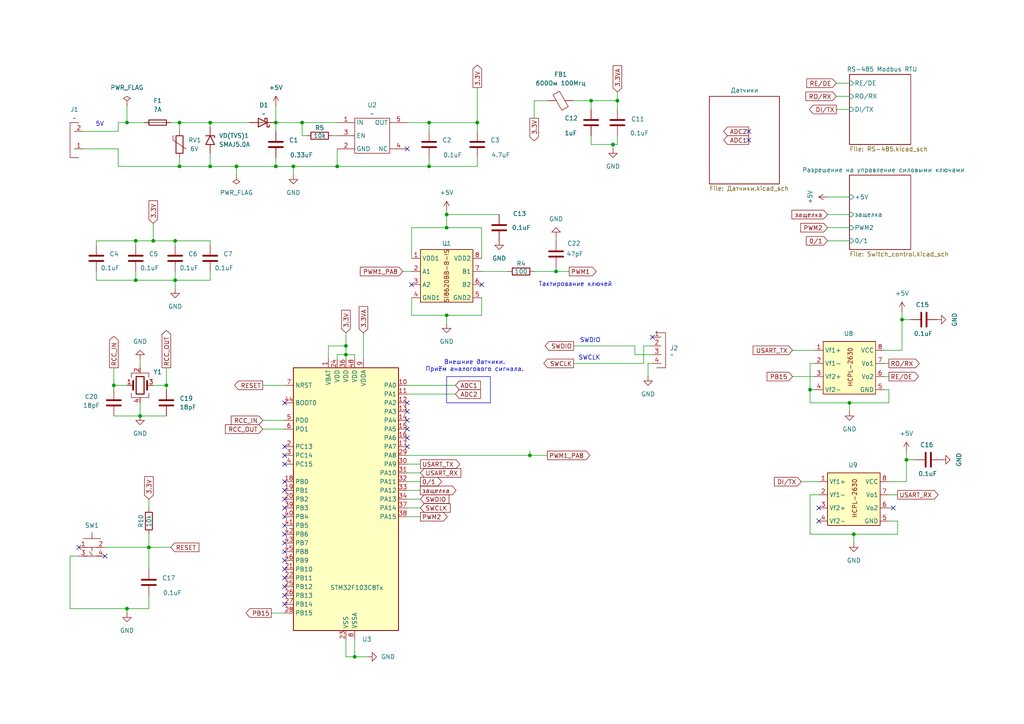
<source format=kicad_sch>
(kicad_sch (version 20250114) (generator "eeschema") (generator_version "9.0")
  (paper "A4")
  (lib_symbols
    (symbol "Device:C" (pin_numbers (hide yes)) (pin_names (offset 0.254))
      (property "Reference" "C" (at 0.635 2.54 0))
      (property "Value" "C" (at 0.635 -2.54 0))
      (symbol "C_0_1"
        (polyline (pts (xy -2.032 0.762) (xy 2.032 0.762)) (stroke (width 0.508)))
        (polyline (pts (xy -2.032 -0.762) (xy 2.032 -0.762)) (stroke (width 0.508)))
      )
      (symbol "C_1_1"
        (pin passive line (at 0 3.81 270) (length 2.794) (name "~") (number "1"))
        (pin passive line (at 0 -3.81 90) (length 2.794) (name "~") (number "2"))
      )
    )
    (symbol "Device:D_Schottky" (pin_numbers (hide yes)) (pin_names (offset 1.016) (hide yes))
      (property "Reference" "D" (at 0 2.54 0))
      (property "Value" "D_Schottky" (at 0 -2.54 0))
      (symbol "D_Schottky_0_1"
        (polyline (pts (xy -1.905 0.635) (xy -1.905 1.27) (xy -1.27 1.27) (xy -1.27 -1.27) (xy -0.635 -1.27) (xy -0.635 -0.635)) (stroke (width 0.254)))
        (polyline (pts (xy 1.27 1.27) (xy 1.27 -1.27) (xy -1.27 0) (xy 1.27 1.27)) (stroke (width 0.254)))
        (polyline (pts (xy 1.27 0) (xy -1.27 0)))
      )
      (symbol "D_Schottky_1_1"
        (pin passive line (at -3.81 0 0) (length 2.54) (name "K") (number "1"))
        (pin passive line (at 3.81 0 180) (length 2.54) (name "A") (number "2"))
      )
    )
    (symbol "Device:FerriteBead" (pin_numbers (hide yes)) (pin_names (offset 0))
      (property "Reference" "FB" (at -3.81 0.635 90))
      (property "Value" "FerriteBead" (at 3.81 0 90))
      (symbol "FerriteBead_0_1"
        (polyline (pts (xy -2.7686 0.4064) (xy -1.7018 2.2606) (xy 2.7686 -0.3048) (xy 1.6764 -2.159) (xy -2.7686 0.4064)))
        (polyline (pts (xy 0 1.27) (xy 0 1.2954)))
        (polyline (pts (xy 0 -1.27) (xy 0 -1.2192)))
      )
      (symbol "FerriteBead_1_1"
        (pin passive line (at 0 3.81 270) (length 2.54) (name "~") (number "1"))
        (pin passive line (at 0 -3.81 90) (length 2.54) (name "~") (number "2"))
      )
    )
    (symbol "Device:R" (pin_numbers (hide yes)) (pin_names (offset 0))
      (property "Reference" "R" (at 2.032 0 90))
      (property "Value" "R" (at 0 0 90))
      (symbol "R_0_1"
        (rectangle (start -1.016 -2.54) (end 1.016 2.54) (stroke (width 0.254)))
      )
      (symbol "R_1_1"
        (pin passive line (at 0 3.81 270) (length 1.27) (name "~") (number "1"))
        (pin passive line (at 0 -3.81 90) (length 1.27) (name "~") (number "2"))
      )
    )
    (symbol "MCU_ST_STM32F1:STM32F103C8Tx"
      (property "Reference" "U" (at -15.24 39.37 0))
      (property "Value" "STM32F103C8Tx" (at 7.62 39.37 0))
      (symbol "STM32F103C8Tx_0_1"
        (rectangle (start -15.24 -38.1) (end 15.24 38.1) (stroke (width 0.254)) (fill (type background)))
      )
      (symbol "STM32F103C8Tx_1_1"
        (pin input line (at -17.78 33.02 0) (length 2.54) (name "NRST") (number "7"))
        (pin input line (at -17.78 27.94 0) (length 2.54) (name "BOOT0") (number "44"))
        (pin bidirectional line (at -17.78 22.86 0) (length 2.54) (name "PD0") (number "5"))
        (pin bidirectional line (at -17.78 20.32 0) (length 2.54) (name "PD1") (number "6"))
        (pin bidirectional line (at -17.78 15.24 0) (length 2.54) (name "PC13") (number "2"))
        (pin bidirectional line (at -17.78 12.7 0) (length 2.54) (name "PC14") (number "3"))
        (pin bidirectional line (at -17.78 10.16 0) (length 2.54) (name "PC15") (number "4"))
        (pin bidirectional line (at -17.78 5.08 0) (length 2.54) (name "PB0") (number "18"))
        (pin bidirectional line (at -17.78 2.54 0) (length 2.54) (name "PB1") (number "19"))
        (pin bidirectional line (at -17.78 0 0) (length 2.54) (name "PB2") (number "20"))
        (pin bidirectional line (at -17.78 -2.54 0) (length 2.54) (name "PB3") (number "39"))
        (pin bidirectional line (at -17.78 -5.08 0) (length 2.54) (name "PB4") (number "40"))
        (pin bidirectional line (at -17.78 -7.62 0) (length 2.54) (name "PB5") (number "41"))
        (pin bidirectional line (at -17.78 -10.16 0) (length 2.54) (name "PB6") (number "42"))
        (pin bidirectional line (at -17.78 -12.7 0) (length 2.54) (name "PB7") (number "43"))
        (pin bidirectional line (at -17.78 -15.24 0) (length 2.54) (name "PB8") (number "45"))
        (pin bidirectional line (at -17.78 -17.78 0) (length 2.54) (name "PB9") (number "46"))
        (pin bidirectional line (at -17.78 -20.32 0) (length 2.54) (name "PB10") (number "21"))
        (pin bidirectional line (at -17.78 -22.86 0) (length 2.54) (name "PB11") (number "22"))
        (pin bidirectional line (at -17.78 -25.4 0) (length 2.54) (name "PB12") (number "25"))
        (pin bidirectional line (at -17.78 -27.94 0) (length 2.54) (name "PB13") (number "26"))
        (pin bidirectional line (at -17.78 -30.48 0) (length 2.54) (name "PB14") (number "27"))
        (pin bidirectional line (at -17.78 -33.02 0) (length 2.54) (name "PB15") (number "28"))
        (pin power_in line (at -5.08 40.64 270) (length 2.54) (name "VBAT") (number "1"))
        (pin power_in line (at -2.54 40.64 270) (length 2.54) (name "VDD") (number "24"))
        (pin power_in line (at 0 40.64 270) (length 2.54) (name "VDD") (number "36"))
        (pin power_in line (at 0 -40.64 90) (length 2.54) (name "VSS") (number "23"))
        (pin passive line (at 0 -40.64 90) (length 2.54) (hide yes) (name "VSS") (number "35"))
        (pin passive line (at 0 -40.64 90) (length 2.54) (hide yes) (name "VSS") (number "47"))
        (pin power_in line (at 2.54 40.64 270) (length 2.54) (name "VDD") (number "48"))
        (pin power_in line (at 2.54 -40.64 90) (length 2.54) (name "VSSA") (number "8"))
        (pin power_in line (at 5.08 40.64 270) (length 2.54) (name "VDDA") (number "9"))
        (pin bidirectional line (at 17.78 33.02 180) (length 2.54) (name "PA0") (number "10"))
        (pin bidirectional line (at 17.78 30.48 180) (length 2.54) (name "PA1") (number "11"))
        (pin bidirectional line (at 17.78 27.94 180) (length 2.54) (name "PA2") (number "12"))
        (pin bidirectional line (at 17.78 25.4 180) (length 2.54) (name "PA3") (number "13"))
        (pin bidirectional line (at 17.78 22.86 180) (length 2.54) (name "PA4") (number "14"))
        (pin bidirectional line (at 17.78 20.32 180) (length 2.54) (name "PA5") (number "15"))
        (pin bidirectional line (at 17.78 17.78 180) (length 2.54) (name "PA6") (number "16"))
        (pin bidirectional line (at 17.78 15.24 180) (length 2.54) (name "PA7") (number "17"))
        (pin bidirectional line (at 17.78 12.7 180) (length 2.54) (name "PA8") (number "29"))
        (pin bidirectional line (at 17.78 10.16 180) (length 2.54) (name "PA9") (number "30"))
        (pin bidirectional line (at 17.78 7.62 180) (length 2.54) (name "PA10") (number "31"))
        (pin bidirectional line (at 17.78 5.08 180) (length 2.54) (name "PA11") (number "32"))
        (pin bidirectional line (at 17.78 2.54 180) (length 2.54) (name "PA12") (number "33"))
        (pin bidirectional line (at 17.78 0 180) (length 2.54) (name "PA13") (number "34"))
        (pin bidirectional line (at 17.78 -2.54 180) (length 2.54) (name "PA14") (number "37"))
        (pin bidirectional line (at 17.78 -5.08 180) (length 2.54) (name "PA15") (number "38"))
      )
    )
    (symbol "My_Lib:Crystal_GND24" (pin_names (offset 1.016) (hide yes))
      (property "Reference" "Y2" (at -4.318 4.826 0))
      (symbol "Crystal_GND24_0_1"
        (polyline (pts (xy -2.54 2.286) (xy -2.54 3.556) (xy 2.54 3.556) (xy 2.54 2.286)))
        (polyline (pts (xy -2.54 0) (xy -2.032 0)))
        (polyline (pts (xy -2.54 -2.286) (xy -2.54 -3.556) (xy 2.54 -3.556) (xy 2.54 -2.286)))
        (polyline (pts (xy -2.032 -1.27) (xy -2.032 1.27)) (stroke (width 0.508)))
        (rectangle (start -1.143 2.54) (end 1.143 -2.54) (stroke (width 0.3048)))
        (polyline (pts (xy 0 3.556) (xy 0 3.81)))
        (polyline (pts (xy 0 -3.81) (xy 0 -3.556)))
        (polyline (pts (xy 2.032 0) (xy 2.54 0)))
        (polyline (pts (xy 2.032 -1.27) (xy 2.032 1.27)) (stroke (width 0.508)))
      )
      (symbol "Crystal_GND24_1_1"
        (pin passive line (at -3.81 0 0) (length 1.27) (name "1") (number "1"))
        (pin passive line (at 0 5.08 270) (length 1.27) (name "2") (number "2"))
        (pin passive line (at 0 -5.08 90) (length 1.27) (name "3") (number "4"))
        (pin passive line (at 3.81 0 180) (length 1.27) (name "4") (number "3"))
      )
    )
    (symbol "My_Lib:J - B4P-VH"
      (property "Reference" "J" (at 5.334 0.508 0))
      (symbol "J - B4P-VH_0_1"
        (polyline (pts (xy 10.16 -3.81) (xy 10.16 -1.27) (xy 0 -1.27) (xy 0 -3.81)))
      )
      (symbol "J - B4P-VH_1_1"
        (pin power_in line (at 1.27 -5.08 90) (length 2.54) (name "") (number "1"))
        (pin power_in line (at 3.81 -5.08 90) (length 2.54) (name "") (number "2"))
        (pin power_in line (at 6.35 -5.08 90) (length 2.54) (name "") (number "3"))
        (pin power_in line (at 8.89 -5.08 90) (length 2.54) (name "") (number "4"))
      )
    )
    (symbol "My_Lib:J - TB-09A"
      (property "Reference" "J1" (at 8.89 -1.27 90))
      (property "Value" "~" (at 6.35 -1.27 90))
      (symbol "J - TB-09A_0_1"
        (polyline (pts (xy 5.08 -2.54) (xy 5.08 0) (xy -5.08 0) (xy -5.08 -2.54)))
      )
      (symbol "J - TB-09A_1_1"
        (pin power_in line (at -2.54 -3.81 90) (length 2.54) (name "") (number "1"))
        (pin power_in line (at 2.54 -3.81 90) (length 2.54) (name "") (number "2"))
      )
    )
    (symbol "My_Lib:LDO_AP2112K-3.3"
      (property "Reference" "U" (at 5.08 1.27 0))
      (symbol "LDO_AP2112K-3.3_0_1"
        (rectangle (start 0 0) (end 10.16 -10.16))
      )
      (symbol "LDO_AP2112K-3.3_1_0"
        (pin input line (at -5.08 -1.27 0) (length 5.08) (name "IN") (number "1"))
        (pin input line (at -5.08 -5.08 0) (length 5.08) (name "EN") (number "3"))
        (pin input line (at -5.08 -8.89 0) (length 5.08) (name "GND") (number "2"))
        (pin output line (at 15.24 -1.27 180) (length 5.08) (name "OUT") (number "5"))
        (pin input line (at 15.24 -8.89 180) (length 5.08) (name "NC") (number "4"))
      )
    )
    (symbol "My_Lib:SMD_-_Fuse" (pin_numbers (hide yes)) (pin_names (offset 0))
      (property "Reference" "F1" (at -2.286 0.254 90))
      (property "Value" "0.5A" (at 2.54 0 90))
      (symbol "SMD_-_Fuse_0_1"
        (rectangle (start -0.762 -2.54) (end 0.762 2.54) (stroke (width 0.254)))
        (polyline (pts (xy 0 2.54) (xy 0 -2.54)))
      )
      (symbol "SMD_-_Fuse_1_1"
        (pin passive line (at 0 3.81 270) (length 1.27) (name "~") (number "1"))
        (pin passive line (at 0 -3.81 90) (length 1.27) (name "~") (number "2"))
      )
    )
    (symbol "My_Lib:SW_Push" (pin_names (offset 1.016) (hide yes))
      (property "Reference" "SW" (at 1.27 2.54 0))
      (symbol "SW_Push_0_1"
        (polyline (pts (xy 0 1.27) (xy 0 3.048)))
        (polyline (pts (xy 0 -1.27) (xy 0 -2.286)))
        (polyline (pts (xy 0 -3.81) (xy 0 -3.302) (xy -0.762 -2.54)))
        (polyline (pts (xy 2.54 1.27) (xy -2.54 1.27)))
        (polyline (pts (xy 2.54 -1.27) (xy -2.54 -1.27)))
        (polyline (pts (xy 2.54 -3.81) (xy -2.54 -3.81)))
        (pin passive line (at -3.81 -1.27 0) (length 2.54) (name "1") (number "1"))
      )
      (symbol "SW_Push_1_1"
        (pin passive line (at -3.81 -3.81 0) (length 2.54) (name "") (number "3"))
        (pin passive line (at 3.81 -1.27 180) (length 2.54) (name "") (number "2"))
        (pin passive line (at 3.81 -3.81 180) (length 2.54) (name "") (number "4"))
      )
    )
    (symbol "My_Lib:Si8620BB-B-IS_"
      (property "Reference" "U" (at 7.366 1.778 0))
      (symbol "Si8620BB-B-IS__0_1"
        (rectangle (start 0 0) (end 15.24 -15.24))
      )
      (symbol "Si8620BB-B-IS__1_1"
        (text "Si8620BB-B-IS" (at 7.62 -7.62 900) (effects (font (size 1.27 1.27))))
        (text_box "" (at 0 0 0) (size 15.24 -15.24) (margins 1.016 1.016 1.016 1.016) (fill (type color) (color 255 255 194 1)) (effects (font (size 1.27 1.27)) (justify left top)))
        (pin input line (at -2.54 -2.54 0) (length 2.54) (name "VDD1") (number "1"))
        (pin input line (at -2.54 -6.35 0) (length 2.54) (name "A1") (number "2"))
        (pin input line (at -2.54 -10.16 0) (length 2.54) (name "A2") (number "3"))
        (pin input line (at -2.54 -13.97 0) (length 2.54) (name "GND1") (number "4"))
        (pin input line (at 17.78 -2.54 180) (length 2.54) (name "VDD2") (number "8"))
        (pin input line (at 17.78 -6.35 180) (length 2.54) (name "B1") (number "7"))
        (pin input line (at 17.78 -10.16 180) (length 2.54) (name "B2") (number "6"))
        (pin input line (at 17.78 -13.97 180) (length 2.54) (name "GND2") (number "5"))
      )
    )
    (symbol "My_Lib:U - HCPL-2630"
      (property "Reference" "U" (at 5.842 2.032 0))
      (symbol "U - HCPL-2630_0_1"
        (rectangle (start 0 0) (end 15.24 -15.24))
      )
      (symbol "U - HCPL-2630_1_1"
        (text "HCPL-2630" (at 7.874 -7.366 900) (effects (font (size 1.27 1.27))))
        (text_box "" (at 0 0 0) (size 15.24 -15.24) (margins 1.016 1.016 1.016 1.016) (fill (type color) (color 255 255 194 1)) (effects (font (size 1.27 1.27)) (justify left top)))
        (pin input line (at -2.54 -2.54 0) (length 2.54) (name "Vf1+") (number "1"))
        (pin input line (at -2.54 -6.35 0) (length 2.54) (name "Vf1-") (number "2"))
        (pin input line (at -2.54 -10.16 0) (length 2.54) (name "Vf2+") (number "3"))
        (pin input line (at -2.54 -13.97 0) (length 2.54) (name "Vf2-") (number "4"))
        (pin input line (at 17.78 -2.54 180) (length 2.54) (name "VCC") (number "8"))
        (pin input line (at 17.78 -6.35 180) (length 2.54) (name "Vo1") (number "7"))
        (pin input line (at 17.78 -10.16 180) (length 2.54) (name "Vo2") (number "6"))
        (pin input line (at 17.78 -13.97 180) (length 2.54) (name "GND") (number "5"))
      )
    )
    (symbol "My_Lib:VD(TVS) - SMAJ5.0A" (pin_numbers (hide yes)) (pin_names (offset 1.016) (hide yes))
      (property "Reference" "VD(TVS)" (at 0 2.54 0))
      (property "Value" "SMAJ5.0A" (at 0 -2.54 0))
      (symbol "VD(TVS) - SMAJ5.0A_0_1"
        (polyline (pts (xy -0.762 1.27) (xy -1.27 1.27) (xy -1.27 -1.27)) (stroke (width 0.254)))
        (polyline (pts (xy 1.27 1.27) (xy 1.27 -1.27) (xy -1.27 0) (xy 1.27 1.27)) (stroke (width 0.254)))
      )
      (symbol "VD(TVS) - SMAJ5.0A_1_1"
        (pin passive line (at -3.81 0 0) (length 2.54) (name "A1") (number "1"))
        (pin passive line (at 3.81 0 180) (length 2.54) (name "A2") (number "2"))
      )
    )
    (symbol "My_Lib:Varistor" (pin_numbers (hide yes)) (pin_names (offset 0))
      (property "Reference" "RV1" (at -1.778 3.556 0))
      (property "Value" "Varistor" (at -4.064 -3.048 0))
      (symbol "Varistor_0_1"
        (rectangle (start -2.54 1.016) (end 2.54 -1.016) (stroke (width 0.254)))
        (polyline (pts (xy 2.54 1.905) (xy 1.27 1.905) (xy -1.27 -1.905)))
      )
      (symbol "Varistor_1_1"
        (pin passive line (at -3.81 0 0) (length 1.27) (name "~") (number "2"))
        (pin passive line (at 3.81 0 180) (length 1.27) (name "~") (number "1"))
      )
    )
    (symbol "power:+5V" (power) (pin_numbers (hide yes)) (pin_names (offset 0) (hide yes))
      (property "Value" "+5V" (at 0 3.556 0))
      (symbol "+5V_0_1"
        (polyline (pts (xy -0.762 1.27) (xy 0 2.54)))
        (polyline (pts (xy 0 2.54) (xy 0.762 1.27)))
        (polyline (pts (xy 0 0) (xy 0 2.54)))
      )
      (symbol "+5V_1_1"
        (pin power_in line (at 0 0 90) (length 0) (name "~") (number "1"))
      )
    )
    (symbol "power:GND" (power) (pin_numbers (hide yes)) (pin_names (offset 0) (hide yes))
      (property "Value" "GND" (at 0 -3.81 0))
      (symbol "GND_0_1"
        (polyline (pts (xy 0 0) (xy 0 -1.27) (xy 1.27 -1.27) (xy 0 -2.54) (xy -1.27 -1.27) (xy 0 -1.27)))
      )
      (symbol "GND_1_1"
        (pin power_in line (at 0 0 270) (length 0) (name "~") (number "1"))
      )
    )
    (symbol "power:PWR_FLAG" (power) (pin_numbers (hide yes)) (pin_names (offset 0) (hide yes))
      (property "Value" "PWR_FLAG" (at 0 3.81 0))
      (symbol "PWR_FLAG_0_0"
        (pin power_out line (at 0 0 90) (length 0) (name "~") (number "1"))
      )
      (symbol "PWR_FLAG_0_1"
        (polyline (pts (xy 0 0) (xy 0 1.27) (xy -1.016 1.905) (xy 0 2.54) (xy 1.016 1.905) (xy 0 1.27)))
      )
    )
  )
  (rectangle (start 129.54 109.22) (end 142.24 116.84))
  (text "SWDIO\n" (at 171.196 98.806 0) (effects (font (size 1.27 1.27))))
  (text "Тактирование ключей\n" (at 166.878 82.55 0) (effects (font (size 1.27 1.27))))
  (text "5V\n" (at 28.956 36.068 0) (effects (font (size 1.27 1.27))))
  (text "Внешние датчики.\nПриём аналогового сигнала." (at 137.668 106.172 0) (effects (font (size 1.27 1.27))))
  (text "SWCLK\n\n" (at 170.942 104.902 0) (effects (font (size 1.27 1.27))))
  (junction (at 39.37 81.28))
  (junction (at 48.26 111.76))
  (junction (at 39.37 69.85))
  (junction (at 171.45 29.21))
  (junction (at 43.18 158.75))
  (junction (at 129.54 66.04))
  (junction (at 52.07 48.26))
  (junction (at 262.89 133.35))
  (junction (at 129.54 62.23))
  (junction (at 100.33 100.33))
  (junction (at 247.65 154.94))
  (junction (at 50.8 81.28))
  (junction (at 52.07 35.56))
  (junction (at 161.29 78.74))
  (junction (at 68.58 48.26))
  (junction (at 261.62 92.71))
  (junction (at 85.09 48.26))
  (junction (at 50.8 69.85))
  (junction (at 44.45 69.85))
  (junction (at 60.96 48.26))
  (junction (at 124.46 48.26))
  (junction (at 177.8 41.91))
  (junction (at 138.43 35.56))
  (junction (at 102.87 190.5))
  (junction (at 97.79 48.26))
  (junction (at 87.63 35.56))
  (junction (at 36.83 176.53))
  (junction (at 129.54 91.44))
  (junction (at 80.01 35.56))
  (junction (at 153.67 132.08))
  (junction (at 234.95 113.03))
  (junction (at 80.01 48.26))
  (junction (at 40.64 120.65))
  (junction (at 246.38 116.84))
  (junction (at 179.07 29.21))
  (junction (at 124.46 35.56))
  (junction (at 33.02 111.76))
  (junction (at 36.83 35.56))
  (junction (at 100.33 102.87))
  (junction (at 60.96 35.56))
  (no_connect (at 82.55 157.48))
  (no_connect (at 82.55 139.7))
  (no_connect (at 118.11 43.18))
  (no_connect (at 82.55 149.86))
  (no_connect (at 82.55 165.1))
  (no_connect (at 82.55 144.78))
  (no_connect (at 237.49 151.13))
  (no_connect (at 237.49 147.32))
  (no_connect (at 217.17 40.64))
  (no_connect (at 82.55 154.94))
  (no_connect (at 119.38 82.55))
  (no_connect (at 82.55 142.24))
  (no_connect (at 118.11 124.46))
  (no_connect (at 82.55 172.72))
  (no_connect (at 82.55 134.62))
  (no_connect (at 82.55 167.64))
  (no_connect (at 82.55 160.02))
  (no_connect (at 139.7 82.55))
  (no_connect (at 118.11 116.84))
  (no_connect (at 259.08 147.32))
  (no_connect (at 22.86 158.75))
  (no_connect (at 118.11 121.92))
  (no_connect (at 82.55 116.84))
  (no_connect (at 82.55 147.32))
  (no_connect (at 189.23 97.79))
  (no_connect (at 82.55 175.26))
  (no_connect (at 217.17 38.1))
  (no_connect (at 82.55 132.08))
  (no_connect (at 82.55 152.4))
  (no_connect (at 82.55 170.18))
  (no_connect (at 118.11 127))
  (no_connect (at 118.11 129.54))
  (no_connect (at 82.55 129.54))
  (no_connect (at 30.48 161.29))
  (no_connect (at 118.11 119.38))
  (no_connect (at 82.55 162.56))
  (wire (pts (xy 242.57 24.13) (xy 246.38 24.13)))
  (wire (pts (xy 116.84 78.74) (xy 119.38 78.74)))
  (wire (pts (xy 50.8 81.28) (xy 50.8 83.82)))
  (wire (pts (xy 124.46 38.1) (xy 124.46 35.56)))
  (wire (pts (xy 179.07 26.67) (xy 179.07 29.21)))
  (wire (pts (xy 100.33 190.5) (xy 102.87 190.5)))
  (wire (pts (xy 234.95 113.03) (xy 236.22 113.03)))
  (wire (pts (xy 40.64 120.65) (xy 33.02 120.65)))
  (wire (pts (xy 80.01 45.72) (xy 80.01 48.26)))
  (wire (pts (xy 171.45 29.21) (xy 171.45 31.75)))
  (wire (pts (xy 48.26 111.76) (xy 44.45 111.76)))
  (wire (pts (xy 138.43 25.4) (xy 138.43 35.56)))
  (wire (pts (xy 105.41 96.52) (xy 105.41 104.14)))
  (wire (pts (xy 33.02 106.68) (xy 33.02 111.76)))
  (wire (pts (xy 257.81 147.32) (xy 259.08 147.32)))
  (wire (pts (xy 124.46 35.56) (xy 138.43 35.56)))
  (wire (pts (xy 97.79 104.14) (xy 97.79 102.87)))
  (wire (pts (xy 171.45 39.37) (xy 171.45 41.91)))
  (wire (pts (xy 60.96 44.45) (xy 60.96 48.26)))
  (wire (pts (xy 52.07 35.56) (xy 52.07 38.1)))
  (wire (pts (xy 177.8 41.91) (xy 177.8 43.18)))
  (wire (pts (xy 118.11 132.08) (xy 153.67 132.08)))
  (wire (pts (xy 257.81 143.51) (xy 260.35 143.51)))
  (wire (pts (xy 52.07 35.56) (xy 60.96 35.56)))
  (wire (pts (xy 85.09 48.26) (xy 80.01 48.26)))
  (wire (pts (xy 242.57 31.75) (xy 246.38 31.75)))
  (wire (pts (xy 24.13 38.1) (xy 34.29 38.1)))
  (wire (pts (xy 262.89 130.81) (xy 262.89 133.35)))
  (wire (pts (xy 97.79 48.26) (xy 124.46 48.26)))
  (wire (pts (xy 36.83 176.53) (xy 43.18 176.53)))
  (wire (pts (xy 39.37 69.85) (xy 39.37 71.12)))
  (wire (pts (xy 118.11 147.32) (xy 121.92 147.32)))
  (wire (pts (xy 139.7 66.04) (xy 139.7 74.93)))
  (wire (pts (xy 240.03 66.04) (xy 246.38 66.04)))
  (wire (pts (xy 118.11 139.7) (xy 121.92 139.7)))
  (wire (pts (xy 166.37 105.41) (xy 186.69 105.41)))
  (wire (pts (xy 179.07 41.91) (xy 177.8 41.91)))
  (wire (pts (xy 102.87 190.5) (xy 102.87 185.42)))
  (wire (pts (xy 154.94 34.29) (xy 154.94 29.21)))
  (wire (pts (xy 40.64 104.14) (xy 40.64 106.68)))
  (wire (pts (xy 87.63 39.37) (xy 87.63 35.56)))
  (wire (pts (xy 20.32 176.53) (xy 36.83 176.53)))
  (wire (pts (xy 39.37 81.28) (xy 50.8 81.28)))
  (wire (pts (xy 76.2 111.76) (xy 82.55 111.76)))
  (wire (pts (xy 48.26 106.68) (xy 48.26 111.76)))
  (wire (pts (xy 138.43 45.72) (xy 138.43 48.26)))
  (wire (pts (xy 118.11 114.3) (xy 132.08 114.3)))
  (wire (pts (xy 102.87 104.14) (xy 102.87 102.87)))
  (wire (pts (xy 119.38 86.36) (xy 119.38 91.44)))
  (wire (pts (xy 154.94 78.74) (xy 161.29 78.74)))
  (wire (pts (xy 100.33 102.87) (xy 100.33 100.33)))
  (wire (pts (xy 189.23 102.87) (xy 184.15 102.87)))
  (wire (pts (xy 234.95 154.94) (xy 234.95 143.51)))
  (wire (pts (xy 20.32 161.29) (xy 20.32 176.53)))
  (wire (pts (xy 60.96 35.56) (xy 72.39 35.56)))
  (wire (pts (xy 48.26 113.03) (xy 48.26 111.76)))
  (wire (pts (xy 52.07 45.72) (xy 52.07 48.26)))
  (wire (pts (xy 60.96 69.85) (xy 50.8 69.85)))
  (wire (pts (xy 43.18 154.94) (xy 43.18 158.75)))
  (wire (pts (xy 27.94 81.28) (xy 39.37 81.28)))
  (wire (pts (xy 87.63 39.37) (xy 88.9 39.37)))
  (wire (pts (xy 80.01 30.48) (xy 80.01 35.56)))
  (wire (pts (xy 78.74 177.8) (xy 82.55 177.8)))
  (wire (pts (xy 234.95 113.03) (xy 234.95 116.84)))
  (wire (pts (xy 68.58 50.8) (xy 68.58 48.26)))
  (wire (pts (xy 20.32 161.29) (xy 22.86 161.29)))
  (wire (pts (xy 43.18 172.72) (xy 43.18 176.53)))
  (wire (pts (xy 261.62 92.71) (xy 264.16 92.71)))
  (wire (pts (xy 124.46 45.72) (xy 124.46 48.26)))
  (wire (pts (xy 44.45 64.77) (xy 44.45 69.85)))
  (wire (pts (xy 106.68 190.5) (xy 102.87 190.5)))
  (wire (pts (xy 262.89 133.35) (xy 262.89 139.7)))
  (wire (pts (xy 234.95 143.51) (xy 237.49 143.51)))
  (wire (pts (xy 260.35 151.13) (xy 257.81 151.13)))
  (wire (pts (xy 139.7 91.44) (xy 139.7 86.36)))
  (wire (pts (xy 153.67 132.08) (xy 158.75 132.08)))
  (wire (pts (xy 261.62 90.17) (xy 261.62 92.71)))
  (wire (pts (xy 186.69 100.33) (xy 186.69 105.41)))
  (wire (pts (xy 256.54 105.41) (xy 257.81 105.41)))
  (wire (pts (xy 119.38 74.93) (xy 119.38 66.04)))
  (wire (pts (xy 60.96 48.26) (xy 68.58 48.26)))
  (wire (pts (xy 30.48 158.75) (xy 43.18 158.75)))
  (wire (pts (xy 36.83 35.56) (xy 41.91 35.56)))
  (wire (pts (xy 119.38 66.04) (xy 129.54 66.04)))
  (wire (pts (xy 36.83 111.76) (xy 33.02 111.76)))
  (wire (pts (xy 229.87 101.6) (xy 236.22 101.6)))
  (wire (pts (xy 242.57 27.94) (xy 246.38 27.94)))
  (wire (pts (xy 240.03 57.15) (xy 246.38 57.15)))
  (wire (pts (xy 179.07 29.21) (xy 171.45 29.21)))
  (wire (pts (xy 97.79 48.26) (xy 85.09 48.26)))
  (wire (pts (xy 247.65 154.94) (xy 260.35 154.94)))
  (wire (pts (xy 60.96 78.74) (xy 60.96 81.28)))
  (wire (pts (xy 36.83 30.48) (xy 36.83 35.56)))
  (wire (pts (xy 161.29 69.85) (xy 161.29 68.58)))
  (wire (pts (xy 34.29 38.1) (xy 34.29 35.56)))
  (wire (pts (xy 50.8 81.28) (xy 50.8 78.74)))
  (wire (pts (xy 118.11 111.76) (xy 132.08 111.76)))
  (wire (pts (xy 40.64 120.65) (xy 48.26 120.65)))
  (wire (pts (xy 166.37 100.33) (xy 184.15 100.33)))
  (wire (pts (xy 256.54 101.6) (xy 261.62 101.6)))
  (wire (pts (xy 189.23 100.33) (xy 186.69 100.33)))
  (wire (pts (xy 119.38 91.44) (xy 129.54 91.44)))
  (wire (pts (xy 34.29 48.26) (xy 52.07 48.26)))
  (wire (pts (xy 100.33 100.33) (xy 100.33 96.52)))
  (wire (pts (xy 129.54 66.04) (xy 139.7 66.04)))
  (wire (pts (xy 87.63 35.56) (xy 97.79 35.56)))
  (wire (pts (xy 179.07 39.37) (xy 179.07 41.91)))
  (wire (pts (xy 187.96 105.41) (xy 189.23 105.41)))
  (wire (pts (xy 118.11 144.78) (xy 121.92 144.78)))
  (wire (pts (xy 68.58 48.26) (xy 80.01 48.26)))
  (wire (pts (xy 49.53 35.56) (xy 52.07 35.56)))
  (wire (pts (xy 161.29 78.74) (xy 165.1 78.74)))
  (wire (pts (xy 129.54 91.44) (xy 139.7 91.44)))
  (wire (pts (xy 60.96 71.12) (xy 60.96 69.85)))
  (wire (pts (xy 36.83 176.53) (xy 36.83 177.8)))
  (wire (pts (xy 234.95 116.84) (xy 246.38 116.84)))
  (wire (pts (xy 138.43 38.1) (xy 138.43 35.56)))
  (wire (pts (xy 129.54 93.98) (xy 129.54 91.44)))
  (wire (pts (xy 24.13 43.18) (xy 34.29 43.18)))
  (wire (pts (xy 139.7 78.74) (xy 147.32 78.74)))
  (wire (pts (xy 118.11 149.86) (xy 121.92 149.86)))
  (wire (pts (xy 234.95 105.41) (xy 234.95 113.03)))
  (wire (pts (xy 257.81 113.03) (xy 257.81 116.84)))
  (wire (pts (xy 262.89 133.35) (xy 265.43 133.35)))
  (wire (pts (xy 118.11 142.24) (xy 121.92 142.24)))
  (wire (pts (xy 236.22 105.41) (xy 234.95 105.41)))
  (wire (pts (xy 80.01 38.1) (xy 80.01 35.56)))
  (wire (pts (xy 85.09 48.26) (xy 85.09 50.8)))
  (wire (pts (xy 240.03 69.85) (xy 246.38 69.85)))
  (wire (pts (xy 118.11 137.16) (xy 121.92 137.16)))
  (wire (pts (xy 39.37 81.28) (xy 39.37 78.74)))
  (wire (pts (xy 256.54 109.22) (xy 257.81 109.22)))
  (wire (pts (xy 39.37 69.85) (xy 27.94 69.85)))
  (wire (pts (xy 129.54 62.23) (xy 144.78 62.23)))
  (wire (pts (xy 118.11 134.62) (xy 121.92 134.62)))
  (wire (pts (xy 97.79 102.87) (xy 100.33 102.87)))
  (wire (pts (xy 246.38 116.84) (xy 257.81 116.84)))
  (wire (pts (xy 257.81 139.7) (xy 262.89 139.7)))
  (wire (pts (xy 179.07 29.21) (xy 179.07 31.75)))
  (wire (pts (xy 34.29 43.18) (xy 34.29 48.26)))
  (wire (pts (xy 100.33 190.5) (xy 100.33 185.42)))
  (wire (pts (xy 50.8 69.85) (xy 50.8 71.12)))
  (wire (pts (xy 43.18 158.75) (xy 43.18 165.1)))
  (wire (pts (xy 229.87 109.22) (xy 236.22 109.22)))
  (wire (pts (xy 261.62 92.71) (xy 261.62 101.6)))
  (wire (pts (xy 100.33 102.87) (xy 100.33 104.14)))
  (wire (pts (xy 260.35 151.13) (xy 260.35 154.94)))
  (wire (pts (xy 27.94 81.28) (xy 27.94 78.74)))
  (wire (pts (xy 76.2 121.92) (xy 82.55 121.92)))
  (wire (pts (xy 96.52 39.37) (xy 97.79 39.37)))
  (wire (pts (xy 52.07 48.26) (xy 60.96 48.26)))
  (wire (pts (xy 60.96 81.28) (xy 50.8 81.28)))
  (wire (pts (xy 153.67 130.81) (xy 153.67 132.08)))
  (wire (pts (xy 184.15 102.87) (xy 184.15 100.33)))
  (wire (pts (xy 232.41 139.7) (xy 237.49 139.7)))
  (wire (pts (xy 171.45 29.21) (xy 166.37 29.21)))
  (wire (pts (xy 33.02 111.76) (xy 33.02 113.03)))
  (wire (pts (xy 129.54 62.23) (xy 129.54 66.04)))
  (wire (pts (xy 247.65 154.94) (xy 247.65 157.48)))
  (wire (pts (xy 34.29 35.56) (xy 36.83 35.56)))
  (wire (pts (xy 43.18 144.78) (xy 43.18 147.32)))
  (wire (pts (xy 234.95 154.94) (xy 247.65 154.94)))
  (wire (pts (xy 39.37 69.85) (xy 44.45 69.85)))
  (wire (pts (xy 187.96 105.41) (xy 187.96 109.22)))
  (wire (pts (xy 43.18 158.75) (xy 49.53 158.75)))
  (wire (pts (xy 246.38 116.84) (xy 246.38 119.38)))
  (wire (pts (xy 80.01 35.56) (xy 87.63 35.56)))
  (wire (pts (xy 161.29 77.47) (xy 161.29 78.74)))
  (wire (pts (xy 118.11 35.56) (xy 124.46 35.56)))
  (wire (pts (xy 129.54 60.96) (xy 129.54 62.23)))
  (wire (pts (xy 177.8 41.91) (xy 171.45 41.91)))
  (wire (pts (xy 40.64 116.84) (xy 40.64 120.65)))
  (wire (pts (xy 154.94 29.21) (xy 158.75 29.21)))
  (wire (pts (xy 44.45 69.85) (xy 50.8 69.85)))
  (wire (pts (xy 240.03 62.23) (xy 246.38 62.23)))
  (wire (pts (xy 95.25 100.33) (xy 100.33 100.33)))
  (wire (pts (xy 124.46 48.26) (xy 138.43 48.26)))
  (wire (pts (xy 95.25 104.14) (xy 95.25 100.33)))
  (wire (pts (xy 97.79 43.18) (xy 97.79 48.26)))
  (wire (pts (xy 102.87 102.87) (xy 100.33 102.87)))
  (wire (pts (xy 27.94 69.85) (xy 27.94 71.12)))
  (wire (pts (xy 257.81 113.03) (xy 256.54 113.03)))
  (wire (pts (xy 76.2 124.46) (xy 82.55 124.46)))
  (wire (pts (xy 60.96 36.83) (xy 60.96 35.56)))
  (global_label "защелка" (shape output) (at 121.92 142.24 0) (property "Intersheetrefs" "${INTERSHEET_REFS}" (effects (hide yes))))
  (global_label "PB15" (shape input) (at 229.87 109.22 180) (property "Intersheetrefs" "${INTERSHEET_REFS}" (effects (hide yes))))
  (global_label "PB15" (shape output) (at 78.74 177.8 180) (property "Intersheetrefs" "${INTERSHEET_REFS}" (effects (hide yes))))
  (global_label "RO{slash}RX" (shape output) (at 257.81 105.41 0) (property "Intersheetrefs" "${INTERSHEET_REFS}" (effects (hide yes))))
  (global_label "RCC_OUT" (shape output) (at 48.26 106.68 90) (property "Intersheetrefs" "${INTERSHEET_REFS}" (effects (hide yes))))
  (global_label "SWDIO" (shape input) (at 121.92 144.78 0) (property "Intersheetrefs" "${INTERSHEET_REFS}" (effects (hide yes))))
  (global_label "3.3VA" (shape input) (at 105.41 96.52 90) (property "Intersheetrefs" "${INTERSHEET_REFS}" (effects (hide yes))))
  (global_label "USART_RX" (shape input) (at 121.92 137.16 0) (property "Intersheetrefs" "${INTERSHEET_REFS}" (effects (hide yes))))
  (global_label "PWM2" (shape input) (at 240.03 66.04 180) (property "Intersheetrefs" "${INTERSHEET_REFS}" (effects (hide yes))))
  (global_label "RCC_IN" (shape output) (at 33.02 106.68 90) (property "Intersheetrefs" "${INTERSHEET_REFS}" (effects (hide yes))))
  (global_label "RE{slash}DE" (shape input) (at 242.57 24.13 180) (property "Intersheetrefs" "${INTERSHEET_REFS}" (effects (hide yes))))
  (global_label "RCC_OUT" (shape input) (at 76.2 124.46 180) (property "Intersheetrefs" "${INTERSHEET_REFS}" (effects (hide yes))))
  (global_label "USART_TX" (shape input) (at 229.87 101.6 180) (property "Intersheetrefs" "${INTERSHEET_REFS}" (effects (hide yes))))
  (global_label "USART_RX" (shape output) (at 260.35 143.51 0) (property "Intersheetrefs" "${INTERSHEET_REFS}" (effects (hide yes))))
  (global_label "SWDIO" (shape output) (at 166.37 100.33 180) (property "Intersheetrefs" "${INTERSHEET_REFS}" (effects (hide yes))))
  (global_label "ADC1" (shape output) (at 217.17 40.64 180) (property "Intersheetrefs" "${INTERSHEET_REFS}" (effects (hide yes))))
  (global_label "PWM2" (shape output) (at 121.92 149.86 0) (property "Intersheetrefs" "${INTERSHEET_REFS}" (effects (hide yes))))
  (global_label "3.3V" (shape input) (at 100.33 96.52 90) (property "Intersheetrefs" "${INTERSHEET_REFS}" (effects (hide yes))))
  (global_label "3.3V" (shape input) (at 43.18 144.78 90) (property "Intersheetrefs" "${INTERSHEET_REFS}" (effects (hide yes))))
  (global_label "3.3V" (shape input) (at 44.45 64.77 90) (property "Intersheetrefs" "${INTERSHEET_REFS}" (effects (hide yes))))
  (global_label "3.3V" (shape output) (at 138.43 25.4 90) (property "Intersheetrefs" "${INTERSHEET_REFS}" (effects (hide yes))))
  (global_label "SWCLK" (shape output) (at 166.37 105.41 180) (property "Intersheetrefs" "${INTERSHEET_REFS}" (effects (hide yes))))
  (global_label "0{slash}1" (shape output) (at 121.92 139.7 0) (property "Intersheetrefs" "${INTERSHEET_REFS}" (effects (hide yes))))
  (global_label "ADC2" (shape output) (at 217.17 38.1 180) (property "Intersheetrefs" "${INTERSHEET_REFS}" (effects (hide yes))))
  (global_label "USART_TX" (shape output) (at 121.92 134.62 0) (property "Intersheetrefs" "${INTERSHEET_REFS}" (effects (hide yes))))
  (global_label "RE{slash}DE" (shape output) (at 257.81 109.22 0) (property "Intersheetrefs" "${INTERSHEET_REFS}" (effects (hide yes))))
  (global_label "RO{slash}RX" (shape input) (at 242.57 27.94 180) (property "Intersheetrefs" "${INTERSHEET_REFS}" (effects (hide yes))))
  (global_label "RESET" (shape input) (at 49.53 158.75 0) (property "Intersheetrefs" "${INTERSHEET_REFS}" (effects (hide yes))))
  (global_label "PWM1" (shape output) (at 165.1 78.74 0) (property "Intersheetrefs" "${INTERSHEET_REFS}" (effects (hide yes))))
  (global_label "RCC_IN" (shape input) (at 76.2 121.92 180) (property "Intersheetrefs" "${INTERSHEET_REFS}" (effects (hide yes))))
  (global_label "3.3V" (shape output) (at 154.94 34.29 270) (property "Intersheetrefs" "${INTERSHEET_REFS}" (effects (hide yes))))
  (global_label "ADC1" (shape input) (at 132.08 111.76 0) (property "Intersheetrefs" "${INTERSHEET_REFS}" (effects (hide yes))))
  (global_label "DI{slash}TX" (shape input) (at 232.41 139.7 180) (property "Intersheetrefs" "${INTERSHEET_REFS}" (effects (hide yes))))
  (global_label "SWCLK" (shape input) (at 121.92 147.32 0) (property "Intersheetrefs" "${INTERSHEET_REFS}" (effects (hide yes))))
  (global_label "DI{slash}TX" (shape output) (at 242.57 31.75 180) (property "Intersheetrefs" "${INTERSHEET_REFS}" (effects (hide yes))))
  (global_label "PWM1_PA8" (shape output) (at 158.75 132.08 0) (property "Intersheetrefs" "${INTERSHEET_REFS}" (effects (hide yes))))
  (global_label "ADC2" (shape input) (at 132.08 114.3 0) (property "Intersheetrefs" "${INTERSHEET_REFS}" (effects (hide yes))))
  (global_label "RESET" (shape output) (at 76.2 111.76 180) (property "Intersheetrefs" "${INTERSHEET_REFS}" (effects (hide yes))))
  (global_label "3.3VA" (shape input) (at 179.07 26.67 90) (property "Intersheetrefs" "${INTERSHEET_REFS}" (effects (hide yes))))
  (global_label "защелка" (shape input) (at 240.03 62.23 180) (property "Intersheetrefs" "${INTERSHEET_REFS}" (effects (hide yes))))
  (global_label "PWM1_PA8" (shape input) (at 116.84 78.74 180) (property "Intersheetrefs" "${INTERSHEET_REFS}" (effects (hide yes))))
  (global_label "0{slash}1" (shape input) (at 240.03 69.85 180) (property "Intersheetrefs" "${INTERSHEET_REFS}" (effects (hide yes))))
  (symbol (lib_id "My_Lib:Varistor") (at 52.07 41.91 90) (unit 1)
    (property "Reference" "RV1" (at 54.61 40.6399 90) (effects (justify right)))
    (property "Value" "6V" (at 55.118 43.18 90) (effects (justify right)))
    (property "Footprint" "Diode_SMD:D_1206_3216Metric_Pad1.42x1.75mm_HandSolder" (effects (hide yes)))
    (property "Description" "Voltage dependent resistor" (effects (hide yes)))
    (property "Sim.Name" "kicad_builtin_varistor" (effects (hide yes)))
    (property "Sim.Device" "SUBCKT" (effects (hide yes)))
    (property "Sim.Pins" "1=A 2=B" (effects (hide yes)))
    (property "Sim.Params" "threshold=1k" (effects (hide yes)))
    (property "Sim.Library" "${KICAD7_SYMBOL_DIR}/Simulation_SPICE.sp" (effects (hide yes)))
  )
  (symbol (lib_id "power:GND") (at 144.78 69.85 0) (unit 1)
    (property "Reference" "#PWR014" (effects (hide yes)))
    (property "Value" "GND" (at 144.78 74.93 0))
    (property "Description" "Power symbol creates a global label with name \"GND\" , ground" (effects (hide yes)))
  )
  (symbol (lib_id "Device:C") (at 138.43 41.91 0) (unit 1)
    (property "Reference" "C3" (at 142.24 40.6399 0) (effects (justify left)))
    (property "Value" "4.7uF" (at 142.494 44.958 0) (effects (justify left)))
    (property "Footprint" "Capacitor_SMD:C_0805_2012Metric_Pad1.18x1.45mm_HandSolder" (effects (hide yes)))
    (property "Description" "Unpolarized capacitor" (effects (hide yes)))
  )
  (symbol (lib_id "Device:R") (at 92.71 39.37 90) (unit 1)
    (property "Reference" "R5" (at 92.71 37.084 90))
    (property "Value" "10k" (at 92.71 39.37 90))
    (property "Footprint" "Resistor_SMD:R_1206_3216Metric_Pad1.30x1.75mm_HandSolder" (effects (hide yes)))
    (property "Description" "Resistor" (effects (hide yes)))
  )
  (symbol (lib_id "power:GND") (at 40.64 120.65 0) (unit 1)
    (property "Reference" "#PWR05" (effects (hide yes)))
    (property "Value" "GND" (at 40.64 125.73 0))
    (property "Description" "Power symbol creates a global label with name \"GND\" , ground" (effects (hide yes)))
  )
  (symbol (lib_id "My_Lib:U - HCPL-2630") (at 238.76 99.06 0) (unit 1)
    (property "Reference" "U8" (at 246.126 96.774 0))
    (property "Value" "HCPL-2630" (effects (hide yes)))
    (property "Footprint" "Package_DIP:DIP-8_W7.62mm_Socket" (effects (hide yes)))
    (property "Datasheet" "https://static.chipdip.ru/lib/222/DOC000222623.pdf" (effects (hide yes)))
  )
  (symbol (lib_id "My_Lib:Si8620BB-B-IS_") (at 121.92 72.39 0) (unit 1)
    (property "Reference" "U1" (at 129.54 70.612 0))
    (property "Value" "~" (at 129.54 71.12 0))
    (property "Footprint" "My_lib2:SOIC-8-N8_3.9x4.9mm_P1.27mm" (effects (hide yes)))
    (property "Datasheet" "https://cdn.zener.ru/media/PDF/1655469.pdf" (effects (hide yes)))
    (property "Description" "гальваническая развязка цифровой изолятор" (effects (hide yes)))
  )
  (symbol (lib_id "power:GND") (at 271.78 92.71 90) (unit 1)
    (property "Reference" "#PWR018" (effects (hide yes)))
    (property "Value" "GND" (at 276.86 92.71 0))
    (property "Description" "Power symbol creates a global label with name \"GND\" , ground" (effects (hide yes)))
  )
  (symbol (lib_id "power:GND") (at 187.96 109.22 0) (unit 1)
    (property "Reference" "#PWR07" (effects (hide yes)))
    (property "Value" "GND" (at 187.96 114.3 0))
    (property "Description" "Power symbol creates a global label with name \"GND\" , ground" (effects (hide yes)))
  )
  (symbol (lib_id "Device:C") (at 267.97 92.71 90) (mirror x) (unit 1)
    (property "Reference" "C15" (at 269.494 88.392 90) (effects (justify left)))
    (property "Value" "0.1uF" (at 270.51 96.774 90) (effects (justify left)))
    (property "Footprint" "Capacitor_SMD:C_0603_1608Metric" (effects (hide yes)))
    (property "Description" "Unpolarized capacitor" (effects (hide yes)))
  )
  (symbol (lib_id "power:GND") (at 85.09 50.8 0) (unit 1)
    (property "Reference" "#PWR01" (effects (hide yes)))
    (property "Value" "GND" (at 85.09 55.88 0))
    (property "Description" "Power symbol creates a global label with name \"GND\" , ground" (effects (hide yes)))
  )
  (symbol (lib_id "power:+5V") (at 261.62 90.17 0) (unit 1)
    (property "Reference" "#PWR017" (effects (hide yes)))
    (property "Value" "+5V" (at 261.62 85.09 0))
    (property "Description" "Power symbol creates a global label with name \"+5V\"" (effects (hide yes)))
  )
  (symbol (lib_id "Device:C") (at 161.29 73.66 180) (unit 1)
    (property "Reference" "C22" (at 168.402 70.612 0) (effects (justify left)))
    (property "Value" "47pF" (at 169.164 73.66 0) (effects (justify left)))
    (property "Footprint" "Capacitor_SMD:C_0603_1608Metric" (effects (hide yes)))
    (property "Description" "Unpolarized capacitor" (effects (hide yes)))
  )
  (symbol (lib_id "My_Lib:SMD_-_Fuse") (at 45.72 35.56 90) (unit 1)
    (property "Reference" "F1" (at 45.72 29.21 90))
    (property "Value" "?A" (at 45.72 31.75 90))
    (property "Footprint" "Fuse:Fuse_2512_6332Metric" (effects (hide yes)))
    (property "Description" "Fuse" (effects (hide yes)))
  )
  (symbol (lib_id "Device:C") (at 269.24 133.35 90) (mirror x) (unit 1)
    (property "Reference" "C16" (at 270.764 129.032 90) (effects (justify left)))
    (property "Value" "0.1uF" (at 271.78 137.414 90) (effects (justify left)))
    (property "Footprint" "Capacitor_SMD:C_0603_1608Metric" (effects (hide yes)))
    (property "Description" "Unpolarized capacitor" (effects (hide yes)))
  )
  (symbol (lib_id "My_Lib:Crystal_GND24") (at 40.64 111.76 0) (unit 1)
    (property "Reference" "Y1" (at 45.72 107.8798 0))
    (property "Value" "Crystal_GND24" (effects (hide yes)))
    (property "Footprint" "Crystal:Crystal_SMD_3225-4Pin_3.2x2.5mm" (effects (hide yes)))
    (property "Datasheet" "https://static.chipdip.ru/lib/087/DOC053087027.pdf" (effects (hide yes)))
    (property "Description" "Four pin crystal, GND on pins 2 and 3" (effects (hide yes)))
  )
  (symbol (lib_id "power:GND") (at 247.65 157.48 0) (unit 1)
    (property "Reference" "#PWR021" (effects (hide yes)))
    (property "Value" "GND" (at 247.65 162.56 0))
    (property "Description" "Power symbol creates a global label with name \"GND\" , ground" (effects (hide yes)))
  )
  (symbol (lib_id "Device:C") (at 144.78 66.04 0) (mirror y) (unit 1)
    (property "Reference" "C13" (at 152.654 61.976 0) (effects (justify left)))
    (property "Value" "0.1uF" (at 153.924 66.04 0) (effects (justify left)))
    (property "Footprint" "Capacitor_SMD:C_0603_1608Metric" (effects (hide yes)))
    (property "Description" "Unpolarized capacitor" (effects (hide yes)))
  )
  (symbol (lib_id "power:+5V") (at 240.03 57.15 90) (unit 1)
    (property "Reference" "#PWR029" (effects (hide yes)))
    (property "Value" "+5V" (at 234.95 57.15 0))
    (property "Description" "Power symbol creates a global label with name \"+5V\"" (effects (hide yes)))
  )
  (symbol (lib_id "Device:C") (at 60.96 74.93 0) (unit 1)
    (property "Reference" "C7" (at 64.77 73.6599 0) (effects (justify left)))
    (property "Value" "0.1uF" (at 62.23 77.724 0) (effects (justify left)))
    (property "Footprint" "Capacitor_SMD:C_0603_1608Metric" (effects (hide yes)))
    (property "Description" "Unpolarized capacitor" (effects (hide yes)))
  )
  (symbol (lib_id "Device:D_Schottky") (at 76.2 35.56 180) (unit 1)
    (property "Reference" "D1" (at 76.5175 30.48 0))
    (property "Value" "~" (at 76.5175 33.02 0))
    (property "Footprint" "Diode_SMD:D_SOD-123" (effects (hide yes)))
    (property "Description" "Schottky diode" (effects (hide yes)))
  )
  (symbol (lib_id "Device:C") (at 43.18 168.91 0) (unit 1)
    (property "Reference" "C17" (at 46.99 167.6399 0) (effects (justify left)))
    (property "Value" "0.1uF" (at 47.244 171.958 0) (effects (justify left)))
    (property "Footprint" "Capacitor_SMD:C_0603_1608Metric" (effects (hide yes)))
    (property "Description" "Unpolarized capacitor" (effects (hide yes)))
  )
  (symbol (lib_id "power:GND") (at 36.83 177.8 0) (unit 1)
    (property "Reference" "#PWR08" (effects (hide yes)))
    (property "Value" "GND" (at 36.83 182.88 0))
    (property "Description" "Power symbol creates a global label with name \"GND\" , ground" (effects (hide yes)))
  )
  (symbol (lib_id "power:GND") (at 129.54 93.98 0) (unit 1)
    (property "Reference" "#PWR011" (effects (hide yes)))
    (property "Value" "GND" (at 129.54 99.06 0))
    (property "Description" "Power symbol creates a global label with name \"GND\" , ground" (effects (hide yes)))
  )
  (symbol (lib_id "power:+5V") (at 129.54 60.96 0) (unit 1)
    (property "Reference" "#PWR012" (effects (hide yes)))
    (property "Value" "+5V" (at 129.54 55.88 0))
    (property "Description" "Power symbol creates a global label with name \"+5V\"" (effects (hide yes)))
  )
  (symbol (lib_id "My_Lib:LDO_AP2112K-3.3") (at 102.87 34.29 0) (unit 1)
    (property "Reference" "U2" (at 107.95 30.48 0))
    (property "Value" "~" (at 107.95 33.02 0))
    (property "Footprint" "Package_TO_SOT_SMD:SOT-23-5" (effects (hide yes)))
    (property "Datasheet" "https://static.chipdip.ru/lib/803/DOC005803718.pdf" (effects (hide yes)))
    (property "Description" "AP2112K-3.3TRG1" (effects (hide yes)))
  )
  (symbol (lib_id "My_Lib:J - TB-09A") (at 20.32 40.64 90) (unit 1)
    (property "Reference" "J1" (at 21.59 31.75 90))
    (property "Value" "~" (at 21.59 34.29 90))
    (property "Footprint" "My_lib2:TB-09A" (effects (hide yes)))
    (property "Description" "Винтовой разъем на плату" (effects (hide yes)))
  )
  (symbol (lib_id "power:PWR_FLAG") (at 68.58 50.8 180) (unit 1)
    (property "Reference" "#FLG01" (effects (hide yes)))
    (property "Value" "PWR_FLAG" (at 68.58 55.88 0))
    (property "Description" "Special symbol for telling ERC where power comes from" (effects (hide yes)))
  )
  (symbol (lib_id "My_Lib:SW_Push") (at 26.67 157.48 0) (unit 1)
    (property "Reference" "SW1" (at 26.67 152.4 0))
    (property "Value" "SW_Push" (effects (hide yes)))
    (property "Footprint" "My_lib2:SW - 0650HIM-130G-G" (effects (hide yes)))
    (property "Description" "Push button switch, generic, two pins" (effects (hide yes)))
  )
  (symbol (lib_id "power:PWR_FLAG") (at 36.83 30.48 0) (unit 1)
    (property "Reference" "#FLG02" (effects (hide yes)))
    (property "Value" "PWR_FLAG" (at 36.83 25.4 0))
    (property "Description" "Special symbol for telling ERC where power comes from" (effects (hide yes)))
  )
  (symbol (lib_id "power:GND") (at 40.64 104.14 180) (unit 1)
    (property "Reference" "#PWR010" (effects (hide yes)))
    (property "Value" "GND" (at 40.64 99.06 0))
    (property "Description" "Power symbol creates a global label with name \"GND\" , ground" (effects (hide yes)))
  )
  (symbol (lib_id "power:GND") (at 106.68 190.5 90) (unit 1)
    (property "Reference" "#PWR03" (effects (hide yes)))
    (property "Value" "GND" (at 110.49 190.4999 90) (effects (justify right)))
    (property "Description" "Power symbol creates a global label with name \"GND\" , ground" (effects (hide yes)))
  )
  (symbol (lib_id "My_Lib:J - B4P-VH") (at 194.31 96.52 270) (unit 1)
    (property "Reference" "J2" (at 194.31 100.9649 90) (effects (justify left)))
    (property "Value" "~" (at 194.31 102.87 90) (effects (justify left)))
    (property "Footprint" "My_lib2:J - W04M" (effects (hide yes)))
    (property "Datasheet" "https://static.chipdip.ru/lib/631/DOC011631422.pdf" (effects (hide yes)))
    (property "Description" "W04M" (effects (hide yes)))
  )
  (symbol (lib_id "power:GND") (at 177.8 43.18 0) (unit 1)
    (property "Reference" "#PWR09" (effects (hide yes)))
    (property "Value" "GND" (at 177.8 48.26 0))
    (property "Description" "Power symbol creates a global label with name \"GND\" , ground" (effects (hide yes)))
  )
  (symbol (lib_id "power:+5V") (at 262.89 130.81 0) (unit 1)
    (property "Reference" "#PWR022" (effects (hide yes)))
    (property "Value" "+5V" (at 262.89 125.73 0))
    (property "Description" "Power symbol creates a global label with name \"+5V\"" (effects (hide yes)))
  )
  (symbol (lib_id "My_Lib:VD(TVS) - SMAJ5.0A") (at 60.96 40.64 270) (unit 1)
    (property "Reference" "VD(TVS)1" (at 63.5 39.3699 90) (effects (justify left)))
    (property "Value" "SMAJ5.0A" (at 63.5 41.9099 90) (effects (justify left)))
    (property "Footprint" "Diode_SMD:D_SMA" (effects (hide yes)))
    (property "Datasheet" "https://static.chipdip.ru/lib/866/DOC025866078.pdf" (effects (hide yes)))
    (property "Description" "SMAJ5.0A, Защитный диод 400Вт 5В [SMA / DO-214AC]" (effects (hide yes)))
  )
  (symbol (lib_id "Device:C") (at 39.37 74.93 0) (unit 1)
    (property "Reference" "C5" (at 43.18 73.6599 0) (effects (justify left)))
    (property "Value" "0.1uF" (at 40.64 77.724 0) (effects (justify left)))
    (property "Footprint" "Capacitor_SMD:C_0603_1608Metric" (effects (hide yes)))
    (property "Description" "Unpolarized capacitor" (effects (hide yes)))
  )
  (symbol (lib_id "power:GND") (at 246.38 119.38 0) (unit 1)
    (property "Reference" "#PWR020" (effects (hide yes)))
    (property "Value" "GND" (at 246.38 124.46 0))
    (property "Description" "Power symbol creates a global label with name \"GND\" , ground" (effects (hide yes)))
  )
  (symbol (lib_id "Device:R") (at 151.13 78.74 90) (unit 1)
    (property "Reference" "R4" (at 151.13 76.454 90))
    (property "Value" "100" (at 151.13 78.74 90))
    (property "Footprint" "Resistor_SMD:R_1206_3216Metric_Pad1.30x1.75mm_HandSolder" (effects (hide yes)))
    (property "Description" "Resistor" (effects (hide yes)))
  )
  (symbol (lib_id "Device:C") (at 124.46 41.91 0) (unit 1)
    (property "Reference" "C2" (at 128.27 40.6399 0) (effects (justify left)))
    (property "Value" "0.1uF" (at 128.524 44.958 0) (effects (justify left)))
    (property "Footprint" "Capacitor_SMD:C_0603_1608Metric" (effects (hide yes)))
    (property "Description" "Unpolarized capacitor" (effects (hide yes)))
  )
  (symbol (lib_id "Device:C") (at 50.8 74.93 0) (unit 1)
    (property "Reference" "C6" (at 54.61 73.6599 0) (effects (justify left)))
    (property "Value" "0.1uF" (at 52.07 77.724 0) (effects (justify left)))
    (property "Footprint" "Capacitor_SMD:C_0603_1608Metric" (effects (hide yes)))
    (property "Description" "Unpolarized capacitor" (effects (hide yes)))
  )
  (symbol (lib_id "power:GND") (at 273.05 133.35 90) (unit 1)
    (property "Reference" "#PWR023" (effects (hide yes)))
    (property "Value" "GND" (at 278.13 133.35 0))
    (property "Description" "Power symbol creates a global label with name \"GND\" , ground" (effects (hide yes)))
  )
  (symbol (lib_id "My_Lib:U - HCPL-2630") (at 240.03 137.16 0) (unit 1)
    (property "Reference" "U9" (at 247.396 134.874 0))
    (property "Value" "HCPL-2630" (effects (hide yes)))
    (property "Footprint" "Package_DIP:DIP-8_W7.62mm_Socket" (effects (hide yes)))
    (property "Datasheet" "https://static.chipdip.ru/lib/222/DOC000222623.pdf" (effects (hide yes)))
  )
  (symbol (lib_id "Device:C") (at 171.45 35.56 0) (mirror y) (unit 1)
    (property "Reference" "C12" (at 167.64 34.2899 0) (effects (justify left)))
    (property "Value" "1uF" (at 167.386 38.608 0) (effects (justify left)))
    (property "Footprint" "Capacitor_SMD:C_0805_2012Metric_Pad1.18x1.45mm_HandSolder" (effects (hide yes)))
    (property "Description" "Unpolarized capacitor" (effects (hide yes)))
  )
  (symbol (lib_id "Device:C") (at 179.07 35.56 0) (mirror y) (unit 1)
    (property "Reference" "C11" (at 186.944 34.544 0) (effects (justify left)))
    (property "Value" "0.1uF" (at 188.214 38.608 0) (effects (justify left)))
    (property "Footprint" "Capacitor_SMD:C_0603_1608Metric" (effects (hide yes)))
    (property "Description" "Unpolarized capacitor" (effects (hide yes)))
  )
  (symbol (lib_id "power:GND") (at 50.8 83.82 0) (unit 1)
    (property "Reference" "#PWR02" (effects (hide yes)))
    (property "Value" "GND" (at 50.8 88.9 0))
    (property "Description" "Power symbol creates a global label with name \"GND\" , ground" (effects (hide yes)))
  )
  (symbol (lib_id "Device:C") (at 27.94 74.93 0) (unit 1)
    (property "Reference" "C4" (at 31.75 73.6599 0) (effects (justify left)))
    (property "Value" "0.1uF" (at 29.21 77.724 0) (effects (justify left)))
    (property "Footprint" "Capacitor_SMD:C_0603_1608Metric" (effects (hide yes)))
    (property "Description" "Unpolarized capacitor" (effects (hide yes)))
  )
  (symbol (lib_id "Device:R") (at 43.18 151.13 180) (unit 1)
    (property "Reference" "R10" (at 40.894 151.13 90))
    (property "Value" "10k" (at 43.18 151.13 90))
    (property "Footprint" "Resistor_SMD:R_1206_3216Metric_Pad1.30x1.75mm_HandSolder" (effects (hide yes)))
    (property "Description" "Resistor" (effects (hide yes)))
  )
  (symbol (lib_id "Device:C") (at 48.26 116.84 0) (unit 1)
    (property "Reference" "C19" (at 52.07 115.5699 0) (effects (justify left)))
    (property "Value" "18pF" (at 52.07 118.11 0) (effects (justify left)))
    (property "Footprint" "Capacitor_SMD:C_0603_1608Metric" (effects (hide yes)))
    (property "Description" "Unpolarized capacitor" (effects (hide yes)))
  )
  (symbol (lib_id "MCU_ST_STM32F1:STM32F103C8Tx") (at 100.33 144.78 0) (unit 1)
    (property "Reference" "U3" (at 105.0133 185.42 0) (effects (justify left)))
    (property "Value" "STM32F103C8Tx" (at 95.758 170.434 0) (effects (justify left)))
    (property "Footprint" "Package_QFP:LQFP-48_7x7mm_P0.5mm" (effects (hide yes)))
    (property "Datasheet" "https://www.st.com/resource/en/datasheet/stm32f103c8.pdf" (effects (hide yes)))
    (property "Description" "STMicroelectronics Arm Cortex-M3 MCU, 64KB flash, 20KB RAM, 72 MHz, 2.0-3.6V, 37 GPIO, LQFP48" (effects (hide yes)))
  )
  (symbol (lib_id "power:GND") (at 161.29 68.58 180) (unit 1)
    (property "Reference" "#PWR015" (effects (hide yes)))
    (property "Value" "GND" (at 161.29 63.5 0))
    (property "Description" "Power symbol creates a global label with name \"GND\" , ground" (effects (hide yes)))
  )
  (symbol (lib_id "Device:C") (at 33.02 116.84 180) (unit 1)
    (property "Reference" "C20" (at 28.448 115.062 0) (effects (justify left)))
    (property "Value" "18pF" (at 28.956 117.602 0) (effects (justify left)))
    (property "Footprint" "Capacitor_SMD:C_0603_1608Metric" (effects (hide yes)))
    (property "Description" "Unpolarized capacitor" (effects (hide yes)))
  )
  (symbol (lib_id "Device:C") (at 80.01 41.91 0) (unit 1)
    (property "Reference" "C1" (at 83.82 40.6399 0) (effects (justify left)))
    (property "Value" "0.33uF" (at 84.074 44.958 0) (effects (justify left)))
    (property "Footprint" "Capacitor_SMD:C_0603_1608Metric" (effects (hide yes)))
    (property "Description" "Unpolarized capacitor" (effects (hide yes)))
  )
  (symbol (lib_id "power:+5V") (at 80.01 30.48 0) (unit 1)
    (property "Reference" "#PWR04" (effects (hide yes)))
    (property "Value" "+5V" (at 80.01 25.4 0))
    (property "Description" "Power symbol creates a global label with name \"+5V\"" (effects (hide yes)))
  )
  (symbol (lib_id "Device:FerriteBead") (at 162.56 29.21 270) (mirror x) (unit 1)
    (property "Reference" "FB1" (at 162.6108 21.59 90))
    (property "Value" "600Ом 100Мгц" (at 162.6108 24.13 90))
    (property "Footprint" "Capacitor_SMD:C_0805_2012Metric_Pad1.18x1.45mm_HandSolder" (effects (hide yes)))
    (property "Description" "Ferrite bead" (effects (hide yes)))
  )
  (sheet (at 246.38 50.8) (size 17.78 21.59) (stroke (width 0.1524))
    (property "Sheetname" "Разрешение на управление силовыми ключами" (at 232.664 50.038 0) (effects (justify left bottom)))
    (property "Sheetfile" "Switch_control.kicad_sch" (at 246.38 72.9746 0) (effects (justify left top)))
    (pin "+5V" input (at 246.38 57.15 180))
    (pin "защелка" input (at 246.38 62.23 180))
    (pin "PWM2" input (at 246.38 66.04 180))
    (pin "0{slash}1" input (at 246.38 69.85 180))
  )
  (sheet (at 205.74 27.94) (size 20.32 25.4) (stroke (width 0.1524))
    (property "Sheetname" "Датчики" (at 211.836 26.924 0) (effects (justify left bottom)))
    (property "Sheetfile" "Датчики.kicad_sch" (at 205.74 53.9246 0) (effects (justify left top)))
  )
  (sheet (at 246.38 21.59) (size 17.78 20.32) (stroke (width 0.1524))
    (property "Sheetname" "RS-485 Modbus RTU" (at 245.618 20.828 0) (effects (justify left bottom)))
    (property "Sheetfile" "RS-485.kicad_sch" (at 246.38 42.4946 0) (effects (justify left top)))
    (pin "RE{slash}DE" input (at 246.38 24.13 180))
    (pin "RO{slash}RX" input (at 246.38 27.94 180))
    (pin "DI{slash}TX" input (at 246.38 31.75 180))
  )
)
</source>
